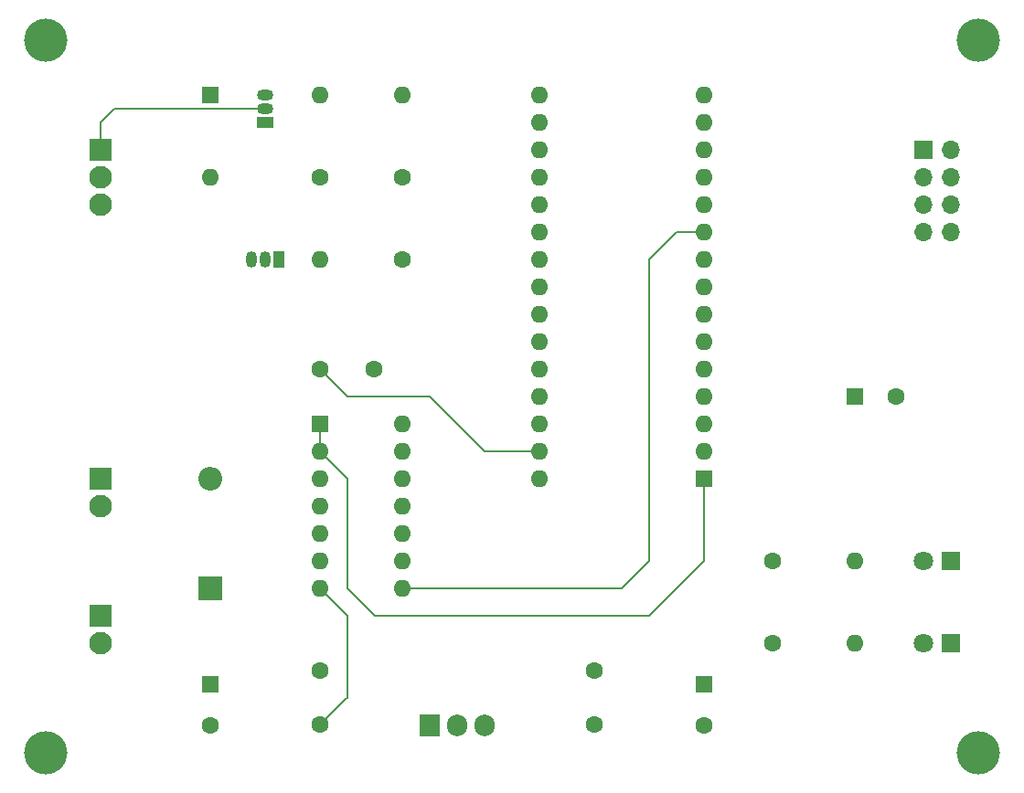
<source format=gbr>
%TF.GenerationSoftware,KiCad,Pcbnew,7.0.6*%
%TF.CreationDate,2023-08-10T18:19:11+02:00*%
%TF.ProjectId,ps2_mouse_to_serial_rev2,7073325f-6d6f-4757-9365-5f746f5f7365,rev?*%
%TF.SameCoordinates,Original*%
%TF.FileFunction,Copper,L2,Bot*%
%TF.FilePolarity,Positive*%
%FSLAX46Y46*%
G04 Gerber Fmt 4.6, Leading zero omitted, Abs format (unit mm)*
G04 Created by KiCad (PCBNEW 7.0.6) date 2023-08-10 18:19:11*
%MOMM*%
%LPD*%
G01*
G04 APERTURE LIST*
%TA.AperFunction,ComponentPad*%
%ADD10R,1.700000X1.700000*%
%TD*%
%TA.AperFunction,ComponentPad*%
%ADD11O,1.700000X1.700000*%
%TD*%
%TA.AperFunction,ComponentPad*%
%ADD12R,2.100000X2.100000*%
%TD*%
%TA.AperFunction,ComponentPad*%
%ADD13C,2.100000*%
%TD*%
%TA.AperFunction,ComponentPad*%
%ADD14R,1.600000X1.600000*%
%TD*%
%TA.AperFunction,ComponentPad*%
%ADD15C,1.600000*%
%TD*%
%TA.AperFunction,ComponentPad*%
%ADD16C,4.000500*%
%TD*%
%TA.AperFunction,ComponentPad*%
%ADD17R,2.200000X2.200000*%
%TD*%
%TA.AperFunction,ComponentPad*%
%ADD18O,2.200000X2.200000*%
%TD*%
%TA.AperFunction,ComponentPad*%
%ADD19R,1.800000X1.800000*%
%TD*%
%TA.AperFunction,ComponentPad*%
%ADD20C,1.800000*%
%TD*%
%TA.AperFunction,ComponentPad*%
%ADD21O,1.600000X1.600000*%
%TD*%
%TA.AperFunction,ComponentPad*%
%ADD22R,1.500000X1.050000*%
%TD*%
%TA.AperFunction,ComponentPad*%
%ADD23O,1.500000X1.050000*%
%TD*%
%TA.AperFunction,ComponentPad*%
%ADD24R,1.050000X1.500000*%
%TD*%
%TA.AperFunction,ComponentPad*%
%ADD25O,1.050000X1.500000*%
%TD*%
%TA.AperFunction,ComponentPad*%
%ADD26R,1.905000X2.000000*%
%TD*%
%TA.AperFunction,ComponentPad*%
%ADD27O,1.905000X2.000000*%
%TD*%
%TA.AperFunction,Conductor*%
%ADD28C,0.200000*%
%TD*%
G04 APERTURE END LIST*
D10*
%TO.P,J3,1,Pin_1*%
%TO.N,Net-(D2-K)*%
X109220000Y-38100000D03*
D11*
%TO.P,J3,2,Pin_2*%
X111760000Y-38100000D03*
%TO.P,J3,3,Pin_3*%
%TO.N,Net-(A1-D5)*%
X109220000Y-40640000D03*
%TO.P,J3,4,Pin_4*%
X111760000Y-40640000D03*
%TO.P,J3,5,Pin_5*%
%TO.N,Net-(A1-D2)*%
X109220000Y-43180000D03*
%TO.P,J3,6,Pin_6*%
X111760000Y-43180000D03*
%TO.P,J3,7,Pin_7*%
%TO.N,Net-(A1-VIN)*%
X109220000Y-45720000D03*
%TO.P,J3,8,Pin_8*%
X111760000Y-45720000D03*
%TD*%
D12*
%TO.P,J1,1,Pin_1*%
%TO.N,Net-(J1-Pin_1)*%
X33020000Y-81280000D03*
D13*
%TO.P,J1,2,Pin_2*%
%TO.N,Net-(D2-K)*%
X33020000Y-83820000D03*
%TD*%
D12*
%TO.P,J2,1,Pin_1*%
%TO.N,Net-(D2-K)*%
X33020000Y-38100000D03*
D13*
%TO.P,J2,2,Pin_2*%
%TO.N,Net-(D3-A)*%
X33020000Y-40640000D03*
%TO.P,J2,3,Pin_3*%
%TO.N,Net-(J2-Pin_3)*%
X33020000Y-43180000D03*
%TD*%
D14*
%TO.P,C4,1*%
%TO.N,Net-(A1-VIN)*%
X88900000Y-87640000D03*
D15*
%TO.P,C4,2*%
%TO.N,Net-(D2-K)*%
X88900000Y-91440000D03*
%TD*%
D16*
%TO.P,,GND*%
%TO.N,N/C*%
X27940000Y-27940000D03*
%TD*%
%TO.P,,GND*%
%TO.N,N/C*%
X114300000Y-93980000D03*
%TD*%
D17*
%TO.P,D1,1,K*%
%TO.N,Net-(D1-K)*%
X43180000Y-78740000D03*
D18*
%TO.P,D1,2,A*%
%TO.N,Net-(D1-A)*%
X43180000Y-68580000D03*
%TD*%
D19*
%TO.P,D2,1,K*%
%TO.N,Net-(D2-K)*%
X111760000Y-83820000D03*
D20*
%TO.P,D2,2,A*%
%TO.N,Net-(D2-A)*%
X109220000Y-83820000D03*
%TD*%
D14*
%TO.P,U1,1*%
%TO.N,Net-(A1-D1{slash}TX)*%
X53340000Y-63500000D03*
D21*
%TO.P,U1,2*%
X53340000Y-66040000D03*
%TO.P,U1,3*%
%TO.N,Net-(J2-Pin_3)*%
X53340000Y-68580000D03*
%TO.P,U1,4*%
%TO.N,N/C*%
X53340000Y-71120000D03*
%TO.P,U1,5*%
X53340000Y-73660000D03*
%TO.P,U1,6*%
X53340000Y-76200000D03*
%TO.P,U1,7,GND*%
%TO.N,Net-(D2-K)*%
X53340000Y-78740000D03*
%TO.P,U1,8*%
%TO.N,Net-(A1-D7)*%
X60960000Y-78740000D03*
%TO.P,U1,9*%
%TO.N,Net-(Q1-C)*%
X60960000Y-76200000D03*
%TO.P,U1,10*%
X60960000Y-73660000D03*
%TO.P,U1,11*%
%TO.N,N/C*%
X60960000Y-71120000D03*
%TO.P,U1,12*%
X60960000Y-68580000D03*
%TO.P,U1,13*%
X60960000Y-66040000D03*
%TO.P,U1,14,VCC*%
%TO.N,Net-(A1-VIN)*%
X60960000Y-63500000D03*
%TD*%
D14*
%TO.P,D3,1,K*%
%TO.N,Net-(D3-K)*%
X43180000Y-33020000D03*
D21*
%TO.P,D3,2,A*%
%TO.N,Net-(D3-A)*%
X43180000Y-40640000D03*
%TD*%
D15*
%TO.P,R4,1*%
%TO.N,Net-(Q1-B)*%
X60960000Y-40640000D03*
D21*
%TO.P,R4,2*%
%TO.N,Net-(U3-VO)*%
X60960000Y-33020000D03*
%TD*%
D15*
%TO.P,C2,1*%
%TO.N,Net-(D1-K)*%
X53340000Y-86360000D03*
%TO.P,C2,2*%
%TO.N,Net-(D2-K)*%
X53340000Y-91360000D03*
%TD*%
%TO.P,R3,1*%
%TO.N,Net-(Q1-B)*%
X53340000Y-40640000D03*
D21*
%TO.P,R3,2*%
%TO.N,Net-(D2-K)*%
X53340000Y-33020000D03*
%TD*%
D19*
%TO.P,D4,1,K*%
%TO.N,Net-(D2-K)*%
X111760000Y-76200000D03*
D20*
%TO.P,D4,2,A*%
%TO.N,Net-(D4-A)*%
X109220000Y-76200000D03*
%TD*%
D22*
%TO.P,U3,1,VO*%
%TO.N,Net-(U3-VO)*%
X48260000Y-35560000D03*
D23*
%TO.P,U3,2,GND*%
%TO.N,Net-(D2-K)*%
X48260000Y-34290000D03*
%TO.P,U3,3,VI*%
%TO.N,Net-(D3-K)*%
X48260000Y-33020000D03*
%TD*%
D16*
%TO.P,,GND*%
%TO.N,N/C*%
X27940000Y-93980000D03*
%TD*%
D15*
%TO.P,R2,1*%
%TO.N,Net-(A1-VIN)*%
X60960000Y-48260000D03*
D21*
%TO.P,R2,2*%
%TO.N,Net-(Q1-C)*%
X53340000Y-48260000D03*
%TD*%
D15*
%TO.P,R5,1*%
%TO.N,Net-(A1-D8)*%
X95250000Y-76200000D03*
D21*
%TO.P,R5,2*%
%TO.N,Net-(D4-A)*%
X102870000Y-76200000D03*
%TD*%
D16*
%TO.P,,GND*%
%TO.N,N/C*%
X114300000Y-27940000D03*
%TD*%
D15*
%TO.P,C3,1*%
%TO.N,Net-(A1-VIN)*%
X78740000Y-86360000D03*
%TO.P,C3,2*%
%TO.N,Net-(D2-K)*%
X78740000Y-91360000D03*
%TD*%
D24*
%TO.P,Q1,1,C*%
%TO.N,Net-(Q1-C)*%
X49530000Y-48260000D03*
D25*
%TO.P,Q1,2,B*%
%TO.N,Net-(Q1-B)*%
X48260000Y-48260000D03*
%TO.P,Q1,3,E*%
%TO.N,Net-(D2-K)*%
X46990000Y-48260000D03*
%TD*%
D14*
%TO.P,A1,1,D1/TX*%
%TO.N,Net-(A1-D1{slash}TX)*%
X88900000Y-68580000D03*
D21*
%TO.P,A1,2,D0/RX*%
%TO.N,unconnected-(A1-D0{slash}RX-Pad2)*%
X88900000Y-66040000D03*
%TO.P,A1,3,~{RESET}*%
%TO.N,unconnected-(A1-~{RESET}-Pad3)*%
X88900000Y-63500000D03*
%TO.P,A1,4,GND*%
%TO.N,unconnected-(A1-GND-Pad4)*%
X88900000Y-60960000D03*
%TO.P,A1,5,D2*%
%TO.N,Net-(A1-D2)*%
X88900000Y-58420000D03*
%TO.P,A1,6,D3*%
%TO.N,unconnected-(A1-D3-Pad6)*%
X88900000Y-55880000D03*
%TO.P,A1,7,D4*%
%TO.N,unconnected-(A1-D4-Pad7)*%
X88900000Y-53340000D03*
%TO.P,A1,8,D5*%
%TO.N,Net-(A1-D5)*%
X88900000Y-50800000D03*
%TO.P,A1,9,D6*%
%TO.N,unconnected-(A1-D6-Pad9)*%
X88900000Y-48260000D03*
%TO.P,A1,10,D7*%
%TO.N,Net-(A1-D7)*%
X88900000Y-45720000D03*
%TO.P,A1,11,D8*%
%TO.N,Net-(A1-D8)*%
X88900000Y-43180000D03*
%TO.P,A1,12,D9*%
%TO.N,unconnected-(A1-D9-Pad12)*%
X88900000Y-40640000D03*
%TO.P,A1,13,D10*%
%TO.N,unconnected-(A1-D10-Pad13)*%
X88900000Y-38100000D03*
%TO.P,A1,14,D11*%
%TO.N,unconnected-(A1-D11-Pad14)*%
X88900000Y-35560000D03*
%TO.P,A1,15,D12*%
%TO.N,unconnected-(A1-D12-Pad15)*%
X88900000Y-33020000D03*
%TO.P,A1,16,D13*%
%TO.N,unconnected-(A1-D13-Pad16)*%
X73660000Y-33020000D03*
%TO.P,A1,17,3V3*%
%TO.N,unconnected-(A1-3V3-Pad17)*%
X73660000Y-35560000D03*
%TO.P,A1,18,AREF*%
%TO.N,unconnected-(A1-AREF-Pad18)*%
X73660000Y-38100000D03*
%TO.P,A1,19,A0*%
%TO.N,unconnected-(A1-A0-Pad19)*%
X73660000Y-40640000D03*
%TO.P,A1,20,A1*%
%TO.N,unconnected-(A1-A1-Pad20)*%
X73660000Y-43180000D03*
%TO.P,A1,21,A2*%
%TO.N,unconnected-(A1-A2-Pad21)*%
X73660000Y-45720000D03*
%TO.P,A1,22,A3*%
%TO.N,unconnected-(A1-A3-Pad22)*%
X73660000Y-48260000D03*
%TO.P,A1,23,A4*%
%TO.N,unconnected-(A1-A4-Pad23)*%
X73660000Y-50800000D03*
%TO.P,A1,24,A5*%
%TO.N,unconnected-(A1-A5-Pad24)*%
X73660000Y-53340000D03*
%TO.P,A1,25,A6*%
%TO.N,unconnected-(A1-A6-Pad25)*%
X73660000Y-55880000D03*
%TO.P,A1,26,A7*%
%TO.N,unconnected-(A1-A7-Pad26)*%
X73660000Y-58420000D03*
%TO.P,A1,27,+5V*%
%TO.N,unconnected-(A1-+5V-Pad27)*%
X73660000Y-60960000D03*
%TO.P,A1,28,~{RESET}*%
%TO.N,unconnected-(A1-~{RESET}-Pad28)*%
X73660000Y-63500000D03*
%TO.P,A1,29,GND*%
%TO.N,Net-(D2-K)*%
X73660000Y-66040000D03*
%TO.P,A1,30,VIN*%
%TO.N,Net-(A1-VIN)*%
X73660000Y-68580000D03*
%TD*%
D15*
%TO.P,R1,1*%
%TO.N,Net-(A1-VIN)*%
X95250000Y-83820000D03*
D21*
%TO.P,R1,2*%
%TO.N,Net-(D2-A)*%
X102870000Y-83820000D03*
%TD*%
D26*
%TO.P,U2,1,IN*%
%TO.N,Net-(D1-K)*%
X63500000Y-91440000D03*
D27*
%TO.P,U2,2,GND*%
%TO.N,Net-(D2-K)*%
X66040000Y-91440000D03*
%TO.P,U2,3,OUT*%
%TO.N,Net-(A1-VIN)*%
X68580000Y-91440000D03*
%TD*%
D14*
%TO.P,C1,1*%
%TO.N,Net-(D1-K)*%
X43180000Y-87640000D03*
D15*
%TO.P,C1,2*%
%TO.N,Net-(D2-K)*%
X43180000Y-91440000D03*
%TD*%
D14*
%TO.P,C6,1*%
%TO.N,Net-(A1-VIN)*%
X102880000Y-60960000D03*
D15*
%TO.P,C6,2*%
%TO.N,Net-(D2-K)*%
X106680000Y-60960000D03*
%TD*%
D12*
%TO.P,SW1,1,A*%
%TO.N,Net-(D1-A)*%
X33020000Y-68580000D03*
D13*
%TO.P,SW1,2,B*%
%TO.N,Net-(J1-Pin_1)*%
X33020000Y-71120000D03*
%TD*%
D15*
%TO.P,C5,1*%
%TO.N,Net-(A1-VIN)*%
X58340000Y-58420000D03*
%TO.P,C5,2*%
%TO.N,Net-(D2-K)*%
X53340000Y-58420000D03*
%TD*%
D28*
%TO.N,Net-(D2-K)*%
X33020000Y-35560000D02*
X34290000Y-34290000D01*
X33020000Y-38100000D02*
X33020000Y-35560000D01*
X34290000Y-34290000D02*
X48260000Y-34290000D01*
X63500000Y-60960000D02*
X55880000Y-60960000D01*
X55880000Y-81280000D02*
X53340000Y-78740000D01*
X73660000Y-66040000D02*
X68580000Y-66040000D01*
X68580000Y-66040000D02*
X63500000Y-60960000D01*
X55800000Y-88900000D02*
X55880000Y-88900000D01*
X55880000Y-88900000D02*
X55880000Y-81280000D01*
X53340000Y-91360000D02*
X55800000Y-88900000D01*
X55880000Y-60960000D02*
X53340000Y-58420000D01*
%TO.N,Net-(A1-D1{slash}TX)*%
X55880000Y-78740000D02*
X55880000Y-68580000D01*
X58420000Y-81280000D02*
X55880000Y-78740000D01*
X53340000Y-63500000D02*
X53340000Y-66040000D01*
X55880000Y-68580000D02*
X53340000Y-66040000D01*
X88900000Y-68580000D02*
X88900000Y-76200000D01*
X88900000Y-76200000D02*
X83820000Y-81280000D01*
X83820000Y-81280000D02*
X58420000Y-81280000D01*
%TO.N,Net-(A1-D7)*%
X86360000Y-45720000D02*
X83820000Y-48260000D01*
X88900000Y-45720000D02*
X86360000Y-45720000D01*
X83820000Y-48260000D02*
X83820000Y-76200000D01*
X83820000Y-76200000D02*
X81280000Y-78740000D01*
X81280000Y-78740000D02*
X60960000Y-78740000D01*
%TD*%
M02*

</source>
